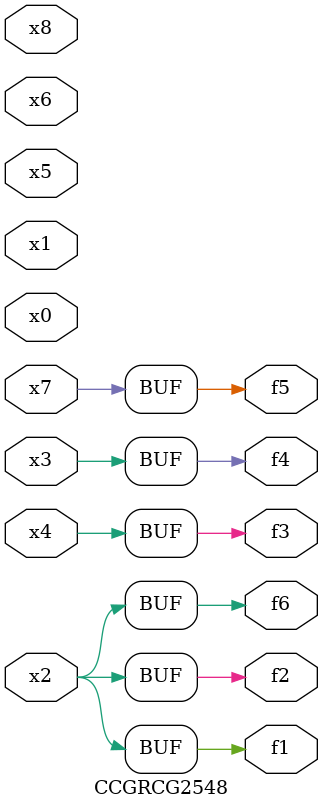
<source format=v>
module CCGRCG2548(
	input x0, x1, x2, x3, x4, x5, x6, x7, x8,
	output f1, f2, f3, f4, f5, f6
);
	assign f1 = x2;
	assign f2 = x2;
	assign f3 = x4;
	assign f4 = x3;
	assign f5 = x7;
	assign f6 = x2;
endmodule

</source>
